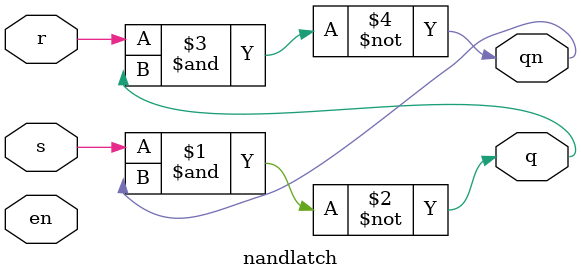
<source format=v>
module nandlatch(s,r,en,q,qn);
  input wire s,r,en;
  output reg q,qn;
  assign q=~(s&qn);
  assign qn=~(r&q);
endmodule

</source>
